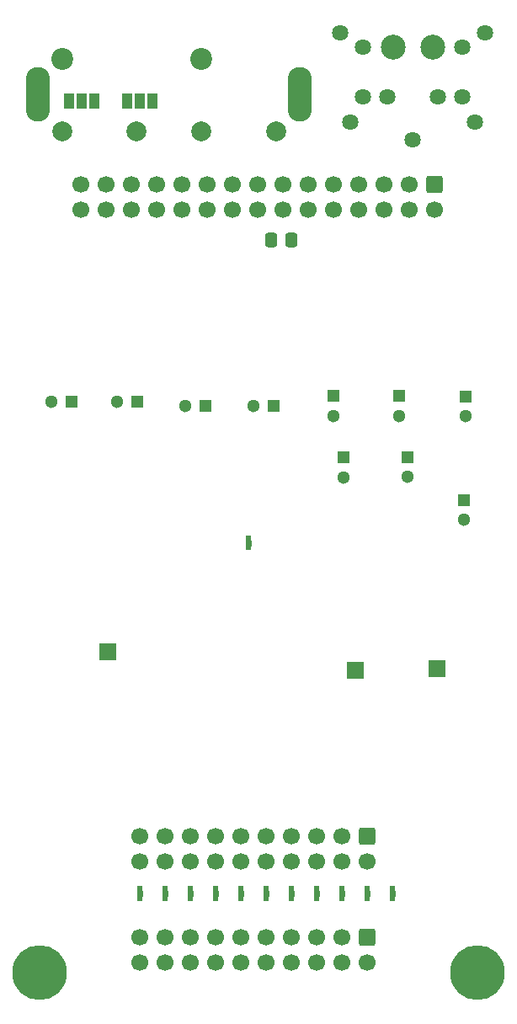
<source format=gbr>
%TF.GenerationSoftware,KiCad,Pcbnew,(6.0.11)*%
%TF.CreationDate,2023-02-04T17:29:26-05:00*%
%TF.ProjectId,tlv320aic3105_audio_board,746c7633-3230-4616-9963-333130355f61,rev?*%
%TF.SameCoordinates,Original*%
%TF.FileFunction,Soldermask,Bot*%
%TF.FilePolarity,Negative*%
%FSLAX46Y46*%
G04 Gerber Fmt 4.6, Leading zero omitted, Abs format (unit mm)*
G04 Created by KiCad (PCBNEW (6.0.11)) date 2023-02-04 17:29:26*
%MOMM*%
%LPD*%
G01*
G04 APERTURE LIST*
G04 Aperture macros list*
%AMRoundRect*
0 Rectangle with rounded corners*
0 $1 Rounding radius*
0 $2 $3 $4 $5 $6 $7 $8 $9 X,Y pos of 4 corners*
0 Add a 4 corners polygon primitive as box body*
4,1,4,$2,$3,$4,$5,$6,$7,$8,$9,$2,$3,0*
0 Add four circle primitives for the rounded corners*
1,1,$1+$1,$2,$3*
1,1,$1+$1,$4,$5*
1,1,$1+$1,$6,$7*
1,1,$1+$1,$8,$9*
0 Add four rect primitives between the rounded corners*
20,1,$1+$1,$2,$3,$4,$5,0*
20,1,$1+$1,$4,$5,$6,$7,0*
20,1,$1+$1,$6,$7,$8,$9,0*
20,1,$1+$1,$8,$9,$2,$3,0*%
G04 Aperture macros list end*
%ADD10C,0.010000*%
%ADD11RoundRect,0.250000X-0.600000X0.600000X-0.600000X-0.600000X0.600000X-0.600000X0.600000X0.600000X0*%
%ADD12C,1.700000*%
%ADD13R,1.300000X1.300000*%
%ADD14C,1.300000*%
%ADD15R,1.700000X1.700000*%
%ADD16C,2.500000*%
%ADD17C,1.635000*%
%ADD18C,2.000000*%
%ADD19C,2.200000*%
%ADD20O,2.400000X5.500000*%
%ADD21C,5.500000*%
%ADD22R,1.000000X1.500000*%
%ADD23RoundRect,0.250000X-0.337500X-0.475000X0.337500X-0.475000X0.337500X0.475000X-0.337500X0.475000X0*%
%ADD24R,0.508000X0.508000*%
%ADD25R,0.508000X0.500000*%
G04 APERTURE END LIST*
%TO.C,J4*%
G36*
X114324000Y-109664000D02*
G01*
X113816000Y-109664000D01*
X113816000Y-109156000D01*
X114324000Y-109156000D01*
X114324000Y-109664000D01*
G37*
D10*
X114324000Y-109664000D02*
X113816000Y-109664000D01*
X113816000Y-109156000D01*
X114324000Y-109156000D01*
X114324000Y-109664000D01*
G36*
X91464000Y-109664000D02*
G01*
X90956000Y-109664000D01*
X90956000Y-109156000D01*
X91464000Y-109156000D01*
X91464000Y-109664000D01*
G37*
X91464000Y-109664000D02*
X90956000Y-109664000D01*
X90956000Y-109156000D01*
X91464000Y-109156000D01*
X91464000Y-109664000D01*
G36*
X104164000Y-109664000D02*
G01*
X103656000Y-109664000D01*
X103656000Y-109156000D01*
X104164000Y-109156000D01*
X104164000Y-109664000D01*
G37*
X104164000Y-109664000D02*
X103656000Y-109664000D01*
X103656000Y-109156000D01*
X104164000Y-109156000D01*
X104164000Y-109664000D01*
G36*
X111784000Y-109664000D02*
G01*
X111276000Y-109664000D01*
X111276000Y-109156000D01*
X111784000Y-109156000D01*
X111784000Y-109664000D01*
G37*
X111784000Y-109664000D02*
X111276000Y-109664000D01*
X111276000Y-109156000D01*
X111784000Y-109156000D01*
X111784000Y-109664000D01*
G36*
X109244000Y-109664000D02*
G01*
X108736000Y-109664000D01*
X108736000Y-109156000D01*
X109244000Y-109156000D01*
X109244000Y-109664000D01*
G37*
X109244000Y-109664000D02*
X108736000Y-109664000D01*
X108736000Y-109156000D01*
X109244000Y-109156000D01*
X109244000Y-109664000D01*
G36*
X94004000Y-109664000D02*
G01*
X93496000Y-109664000D01*
X93496000Y-109156000D01*
X94004000Y-109156000D01*
X94004000Y-109664000D01*
G37*
X94004000Y-109664000D02*
X93496000Y-109664000D01*
X93496000Y-109156000D01*
X94004000Y-109156000D01*
X94004000Y-109664000D01*
G36*
X101624000Y-109664000D02*
G01*
X101116000Y-109664000D01*
X101116000Y-109156000D01*
X101624000Y-109156000D01*
X101624000Y-109664000D01*
G37*
X101624000Y-109664000D02*
X101116000Y-109664000D01*
X101116000Y-109156000D01*
X101624000Y-109156000D01*
X101624000Y-109664000D01*
G36*
X106704000Y-109664000D02*
G01*
X106196000Y-109664000D01*
X106196000Y-109156000D01*
X106704000Y-109156000D01*
X106704000Y-109664000D01*
G37*
X106704000Y-109664000D02*
X106196000Y-109664000D01*
X106196000Y-109156000D01*
X106704000Y-109156000D01*
X106704000Y-109664000D01*
G36*
X116864000Y-109664000D02*
G01*
X116356000Y-109664000D01*
X116356000Y-109156000D01*
X116864000Y-109156000D01*
X116864000Y-109664000D01*
G37*
X116864000Y-109664000D02*
X116356000Y-109664000D01*
X116356000Y-109156000D01*
X116864000Y-109156000D01*
X116864000Y-109664000D01*
G36*
X96544000Y-109664000D02*
G01*
X96036000Y-109664000D01*
X96036000Y-109156000D01*
X96544000Y-109156000D01*
X96544000Y-109664000D01*
G37*
X96544000Y-109664000D02*
X96036000Y-109664000D01*
X96036000Y-109156000D01*
X96544000Y-109156000D01*
X96544000Y-109664000D01*
G36*
X99084000Y-109664000D02*
G01*
X98576000Y-109664000D01*
X98576000Y-109156000D01*
X99084000Y-109156000D01*
X99084000Y-109664000D01*
G37*
X99084000Y-109664000D02*
X98576000Y-109664000D01*
X98576000Y-109156000D01*
X99084000Y-109156000D01*
X99084000Y-109664000D01*
%TO.C,G3*%
G36*
X102404000Y-74422000D02*
G01*
X101896000Y-74422000D01*
X101896000Y-73914000D01*
X102404000Y-73914000D01*
X102404000Y-74422000D01*
G37*
X102404000Y-74422000D02*
X101896000Y-74422000D01*
X101896000Y-73914000D01*
X102404000Y-73914000D01*
X102404000Y-74422000D01*
%TD*%
D11*
%TO.C,XIA2*%
X114046000Y-103632000D03*
D12*
X114046000Y-106172000D03*
X111506000Y-103632000D03*
X111506000Y-106172000D03*
X108966000Y-103632000D03*
X108966000Y-106172000D03*
X106426000Y-103632000D03*
X106426000Y-106172000D03*
X103886000Y-103632000D03*
X103886000Y-106172000D03*
X101346000Y-103632000D03*
X101346000Y-106172000D03*
X98806000Y-103632000D03*
X98806000Y-106172000D03*
X96266000Y-103632000D03*
X96266000Y-106172000D03*
X93726000Y-103632000D03*
X93726000Y-106172000D03*
X91186000Y-103632000D03*
X91186000Y-106172000D03*
%TD*%
D13*
%TO.C,C4*%
X117275500Y-59400760D03*
D14*
X117275500Y-61400760D03*
%TD*%
D13*
%TO.C,C9*%
X90916000Y-59944240D03*
D14*
X88916000Y-59944240D03*
%TD*%
D15*
%TO.C,PD3.3*%
X112880000Y-86960000D03*
%TD*%
D13*
%TO.C,C5*%
X111710000Y-65570160D03*
D14*
X111710000Y-67570160D03*
%TD*%
D16*
%TO.C,LINE_IO1*%
X116634900Y-24373900D03*
X120614900Y-24373900D03*
D17*
X118624900Y-33673900D03*
X111309900Y-22873900D03*
X125939900Y-22873900D03*
X121124900Y-29373900D03*
X116124900Y-29373900D03*
X123629900Y-24373900D03*
X123629900Y-29373900D03*
X113619900Y-29373900D03*
X112374900Y-31863900D03*
X124874900Y-31863900D03*
X113619900Y-24373900D03*
%TD*%
D13*
%TO.C,C3*%
X118110000Y-65548000D03*
D14*
X118110000Y-67548000D03*
%TD*%
D13*
%TO.C,C2*%
X123952000Y-59452000D03*
D14*
X123952000Y-61452000D03*
%TD*%
D13*
%TO.C,C1*%
X123777849Y-69866000D03*
D14*
X123777849Y-71866000D03*
%TD*%
D13*
%TO.C,C6*%
X110671500Y-59401000D03*
D14*
X110671500Y-61401000D03*
%TD*%
D13*
%TO.C,C8*%
X97774000Y-60379080D03*
D14*
X95774000Y-60379080D03*
%TD*%
D18*
%TO.C,RCA_IN1*%
X83374900Y-32790000D03*
X90874900Y-32790000D03*
D19*
X83374900Y-25540000D03*
D20*
X80974900Y-29040000D03*
D18*
X97374900Y-32790000D03*
X104874900Y-32790000D03*
D19*
X97374900Y-25540000D03*
D20*
X107274900Y-29040000D03*
%TD*%
D21*
%TO.C,board_outline1*%
X125124900Y-117350000D03*
X81124900Y-117350000D03*
%TD*%
D15*
%TO.C,P18*%
X87984000Y-85090000D03*
%TD*%
D11*
%TO.C,3105IO1*%
X120793000Y-38109500D03*
D12*
X120793000Y-40649500D03*
X118253000Y-38109500D03*
X118253000Y-40649500D03*
X115713000Y-38109500D03*
X115713000Y-40649500D03*
X113173000Y-38109500D03*
X113173000Y-40649500D03*
X110633000Y-38109500D03*
X110633000Y-40649500D03*
X108093000Y-38109500D03*
X108093000Y-40649500D03*
X105553000Y-38109500D03*
X105553000Y-40649500D03*
X103013000Y-38109500D03*
X103013000Y-40649500D03*
X100473000Y-38109500D03*
X100473000Y-40649500D03*
X97933000Y-38109500D03*
X97933000Y-40649500D03*
X95393000Y-38109500D03*
X95393000Y-40649500D03*
X92853000Y-38109500D03*
X92853000Y-40649500D03*
X90313000Y-38109500D03*
X90313000Y-40649500D03*
X87773000Y-38109500D03*
X87773000Y-40649500D03*
X85233000Y-38109500D03*
X85233000Y-40649500D03*
%TD*%
D15*
%TO.C,P33*%
X121060000Y-86810000D03*
%TD*%
D13*
%TO.C,C7*%
X104632000Y-60379080D03*
D14*
X102632000Y-60379080D03*
%TD*%
D11*
%TO.C,XIA1*%
X114046000Y-113792000D03*
D12*
X114046000Y-116332000D03*
X111506000Y-113792000D03*
X111506000Y-116332000D03*
X108966000Y-113792000D03*
X108966000Y-116332000D03*
X106426000Y-113792000D03*
X106426000Y-116332000D03*
X103886000Y-113792000D03*
X103886000Y-116332000D03*
X101346000Y-113792000D03*
X101346000Y-116332000D03*
X98806000Y-113792000D03*
X98806000Y-116332000D03*
X96266000Y-113792000D03*
X96266000Y-116332000D03*
X93726000Y-113792000D03*
X93726000Y-116332000D03*
X91186000Y-113792000D03*
X91186000Y-116332000D03*
%TD*%
D13*
%TO.C,C10*%
X84312000Y-59944240D03*
D14*
X82312000Y-59944240D03*
%TD*%
D22*
%TO.C,OUTL1*%
X92486000Y-29718000D03*
X91186000Y-29718000D03*
X89886000Y-29718000D03*
%TD*%
%TO.C,OUTR1*%
X86644000Y-29718000D03*
X85344000Y-29718000D03*
X84044000Y-29718000D03*
%TD*%
D23*
%TO.C,C19*%
X104372500Y-43688000D03*
X106447500Y-43688000D03*
%TD*%
D24*
%TO.C,J4*%
X91210000Y-108910000D03*
X91210000Y-109910000D03*
X93750000Y-108910000D03*
X93750000Y-109910000D03*
X96290000Y-108910000D03*
X96290000Y-109910000D03*
X98830000Y-108910000D03*
X98830000Y-109910000D03*
X101370000Y-108910000D03*
X101370000Y-109910000D03*
X103910000Y-108910000D03*
X103910000Y-109910000D03*
X106450000Y-108910000D03*
X106450000Y-109910000D03*
X108990000Y-108910000D03*
X108990000Y-109910000D03*
X111530000Y-108910000D03*
X111530000Y-109910000D03*
X114070000Y-108910000D03*
X114070000Y-109910000D03*
X116610000Y-108910000D03*
X116610000Y-109910000D03*
%TD*%
D25*
%TO.C,G3*%
X102150000Y-74672000D03*
D24*
X102150000Y-73668000D03*
%TD*%
M02*

</source>
